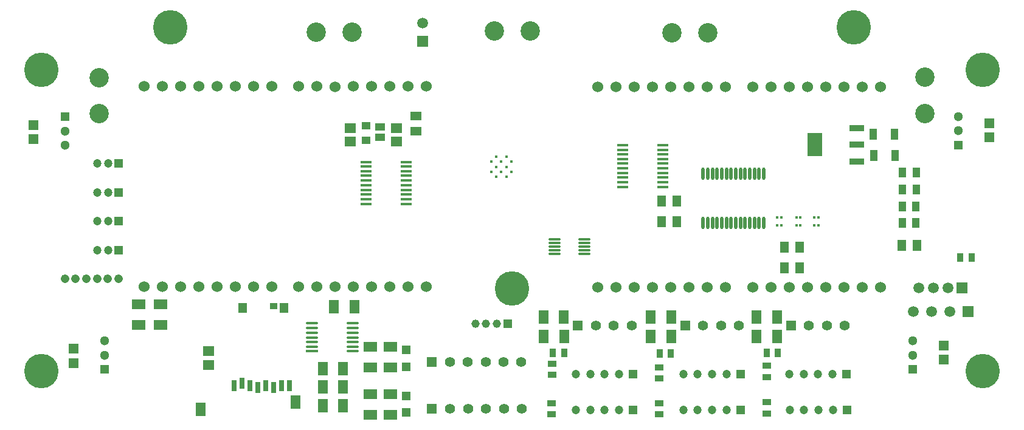
<source format=gbr>
%FSTAX23Y23*%
%MOIN*%
%SFA1B1*%

%IPPOS*%
%AMD83*
4,1,8,0.025100,0.007500,-0.025100,0.007500,-0.032600,0.000000,-0.032600,0.000000,-0.025100,-0.007500,0.025100,-0.007500,0.032600,0.000000,0.032600,0.000000,0.025100,0.007500,0.0*
1,1,0.014992,0.025100,0.000000*
1,1,0.014992,-0.025100,0.000000*
1,1,0.014992,-0.025100,0.000000*
1,1,0.014992,0.025100,0.000000*
%
%ADD23R,0.047244X0.047244*%
%ADD28R,0.075197X0.053937*%
%ADD54R,0.055118X0.055118*%
%ADD55C,0.055118*%
%ADD56C,0.047244*%
%ADD64C,0.045275*%
%ADD65R,0.045275X0.045275*%
%ADD71C,0.106299*%
%ADD72C,0.060000*%
%ADD73C,0.188976*%
%ADD74C,0.059055*%
%ADD75R,0.059055X0.059055*%
%ADD76C,0.047559*%
%ADD77C,0.051181*%
%ADD78R,0.051181X0.051181*%
%ADD79C,0.015748*%
%ADD80R,0.059055X0.059055*%
G04~CAMADD=83~8~0.0~0.0~651.7~149.9~75.0~0.0~15~0.0~0.0~0.0~0.0~0~0.0~0.0~0.0~0.0~0~0.0~0.0~0.0~0.0~651.7~149.9*
%ADD83D83*%
%ADD84R,0.065173X0.014992*%
%ADD85R,0.031496X0.059055*%
%ADD86R,0.051181X0.055118*%
%ADD87R,0.039370X0.037401*%
%ADD88R,0.055118X0.074803*%
%ADD89R,0.047500X0.059378*%
%ADD90O,0.066929X0.011811*%
%ADD91R,0.059055X0.055118*%
%ADD92R,0.037594X0.049689*%
%ADD93R,0.062992X0.011811*%
%ADD94R,0.045275X0.045275*%
%ADD95R,0.039626X0.055441*%
%ADD96R,0.014961X0.015748*%
%ADD97R,0.057563X0.053342*%
%ADD98R,0.053150X0.043307*%
%ADD99R,0.053937X0.075197*%
%ADD100R,0.041339X0.062992*%
%ADD101R,0.084645X0.037401*%
%ADD102O,0.017716X0.070866*%
%ADD103R,0.049689X0.037594*%
%ADD104R,0.084645X0.127952*%
%ADD105R,0.059378X0.047500*%
%ADD106R,0.049212X0.039370*%
%LNbrushed_pcb_pads_bot-1*%
%LPD*%
G54D23*
X00664Y-01038D03*
X01253Y-00841D03*
X00664D03*
X01253Y-01038D03*
X01837D03*
X01834Y-00841D03*
X-02156Y00314D03*
Y00155D03*
Y-00002D03*
Y-00162D03*
G54D28*
X-00667Y-00953D03*
Y-01065D03*
X-00776Y-00953D03*
Y-01065D03*
X-00667Y-00693D03*
Y-00805D03*
X-00776Y-00693D03*
Y-00805D03*
X-01927Y-0057D03*
Y-00458D03*
X-02047Y-00571D03*
Y-00459D03*
G54D54*
X-00441Y-00775D03*
X00948Y-00576D03*
X-00439Y-01032D03*
X0036Y-00576D03*
X01529D03*
G54D55*
X-00342Y-00775D03*
X-00244D03*
X-00145D03*
X-00047D03*
X0005D03*
X01047Y-00576D03*
X01145D03*
X01244D03*
X-0034Y-01032D03*
X-00242D03*
X-00143D03*
X-00045D03*
X00052D03*
X00655Y-00576D03*
X00557D03*
X00458D03*
X01824D03*
X01726D03*
X01627D03*
G54D56*
X00349Y-01038D03*
X00428D03*
X00507D03*
X00585D03*
X-02274Y-00162D03*
Y00155D03*
Y00314D03*
Y-00002D03*
X-02215Y00314D03*
Y00155D03*
Y-00002D03*
Y-00162D03*
X00938Y-00841D03*
X01017D03*
X01096D03*
X01175D03*
X00585D03*
X00507D03*
X00428D03*
X00349D03*
X01175Y-01038D03*
X01096D03*
X01017D03*
X00938D03*
X01759D03*
X0168D03*
X01601D03*
X01523D03*
X01755Y-00841D03*
X01677D03*
X01598D03*
X01519D03*
G54D64*
X-00202Y-00564D03*
X-00143D03*
X-00084D03*
G54D65*
X-00025Y-00564D03*
G54D71*
X-00098Y01042D03*
X00098D03*
X-02263Y00589D03*
Y00786D03*
X-01074Y01034D03*
X-00877D03*
X01074Y01033D03*
X00877D03*
X02263Y00787D03*
Y0059D03*
G54D72*
X-01716Y00738D03*
X-01816Y00738D03*
X-01916Y00738D03*
X-02016D03*
X-01071Y00737D03*
X-01171D03*
X-00871D03*
X-00971Y00736D03*
X00771Y00735D03*
X00671Y00734D03*
X00571Y00735D03*
X00471D03*
X01618D03*
X01518Y00734D03*
X01418Y00735D03*
X01318D03*
X-01316Y-00361D03*
X-01416D03*
X-01516D03*
X-01616D03*
X-01716D03*
X-01816D03*
X-01916D03*
X-02016D03*
X-01616Y00738D03*
X-01416D03*
X-01316D03*
X-01516D03*
X-00471Y-00362D03*
X-00571D03*
X-00671D03*
X-00771D03*
X-00871D03*
X-00971D03*
X-01071D03*
X-01171D03*
X-00771Y00737D03*
X-00571D03*
X-00471D03*
X-00671D03*
X01171Y-00364D03*
X01071D03*
X00971D03*
X00871D03*
X00771D03*
X00671D03*
X00571D03*
X00471D03*
X00871Y00735D03*
X01071D03*
X01171D03*
X00971D03*
X02018Y-00364D03*
X01918D03*
X01818D03*
X01718D03*
X01618D03*
X01518D03*
X01418D03*
X01318D03*
X01718Y00735D03*
X01918D03*
X02018D03*
X01818D03*
G54D73*
X0Y-0037D03*
X01873Y01062D03*
X-02579Y-00824D03*
X02579D03*
Y0083D03*
X-01873Y01062D03*
X-02579Y0083D03*
G54D74*
X02198Y-00499D03*
X02298D03*
X02398D03*
X02231Y-00369D03*
X02388D03*
X0231D03*
X-00492Y01084D03*
G54D75*
X02498Y-00499D03*
X02467Y-00369D03*
G54D76*
X-02452Y-00318D03*
X-02393D03*
X-02334D03*
X-02275D03*
X-02216D03*
X-02157D03*
G54D77*
X02446Y00573D03*
Y00494D03*
X-02234Y-00738D03*
Y-00659D03*
X-02452Y00414D03*
Y00493D03*
X02195Y-00659D03*
Y-00738D03*
G54D78*
X02446Y00415D03*
X-02234Y-00816D03*
X-02452Y00572D03*
X02195Y-00816D03*
G54D79*
X-00031Y00241D03*
X-00086D03*
X-00031Y00296D03*
X-00086D03*
X-00031Y00351D03*
X-00086D03*
X-00003Y00269D03*
X-00059D03*
X-00114D03*
X-00003Y00324D03*
X-00114D03*
X-00059D03*
G54D80*
X-00492Y00984D03*
G54D83*
X-00874Y-00716D03*
Y-00691D03*
Y-00665D03*
Y-0064D03*
Y-00614D03*
Y-00588D03*
Y-00563D03*
X-01097D03*
Y-00588D03*
Y-00614D03*
Y-0064D03*
Y-00665D03*
Y-00691D03*
G54D84*
X-01097Y-00716D03*
G54D85*
X-0122Y-00906D03*
X-01263D03*
X-01306Y-00914D03*
X-0135Y-00906D03*
X-01393Y-00914D03*
X-01436Y-00906D03*
X-01479Y-0089D03*
X-01523Y-00906D03*
G54D86*
X-01251Y-00478D03*
X-01476D03*
G54D87*
X-01306Y-00469D03*
G54D88*
X-01188Y-00996D03*
X-01706Y-01035D03*
G54D89*
X0222Y-00134D03*
X02137D03*
X00903Y-00006D03*
X0082D03*
X00903Y0011D03*
X0082D03*
X01494Y-00259D03*
X01576D03*
X01494Y-00145D03*
X01576D03*
G54D90*
X00395Y-00181D03*
Y-00161D03*
X00234Y-00181D03*
Y-00161D03*
Y-00141D03*
Y-00122D03*
Y-00102D03*
X00395Y-00141D03*
Y-00122D03*
Y-00102D03*
G54D91*
X-01663Y-00791D03*
Y-00716D03*
X-00633Y00509D03*
Y00435D03*
X-00887Y00509D03*
Y00435D03*
G54D92*
X02457Y-002D03*
X02518D03*
X0081Y-00729D03*
X00871D03*
X00224Y-00725D03*
X00285D03*
X01395D03*
X01456D03*
G54D93*
X00825Y00211D03*
Y00237D03*
Y00262D03*
Y00288D03*
Y00314D03*
Y00339D03*
Y00365D03*
Y00416D03*
X00605Y00186D03*
Y00211D03*
Y00237D03*
Y00262D03*
Y00288D03*
Y00314D03*
Y00339D03*
Y00365D03*
Y0039D03*
Y00416D03*
X00825Y0039D03*
Y00186D03*
X-008Y00119D03*
Y00323D03*
X-00579Y00093D03*
Y00119D03*
Y00144D03*
Y0017D03*
Y00195D03*
Y00221D03*
Y00247D03*
Y00272D03*
Y00298D03*
Y00323D03*
X-008Y00093D03*
Y00144D03*
Y0017D03*
Y00195D03*
Y00221D03*
Y00247D03*
Y00272D03*
Y00298D03*
G54D94*
X-00581Y-00708D03*
Y-008D03*
Y-01052D03*
Y-0096D03*
G54D95*
X02141Y00266D03*
X02216D03*
X02141Y00172D03*
X02216D03*
X02139Y00079D03*
X02214D03*
X02139Y-00013D03*
X02214D03*
G54D96*
X01476Y-00024D03*
X01454D03*
X01581D03*
X01559D03*
Y00018D03*
X01581D03*
X01679Y-00024D03*
X01657D03*
Y00018D03*
X01679D03*
X01454Y00019D03*
X01476D03*
G54D97*
X02617Y00459D03*
Y00536D03*
X-02404Y-00703D03*
Y-0078D03*
X-02623Y00448D03*
Y00525D03*
X02366Y-00762D03*
Y-00686D03*
G54D98*
X-00724Y0046D03*
Y00515D03*
G54D99*
X-01038Y-00813D03*
X-00926D03*
X-01038Y-00911D03*
X-00926D03*
Y-01014D03*
X-01038D03*
X-00977Y-00472D03*
X-00865D03*
X01341Y-00635D03*
X00173Y-00636D03*
X0076Y-00635D03*
Y-00528D03*
X00872D03*
X00172D03*
X00284D03*
X01341D03*
X01453D03*
X00872Y-00635D03*
X00285Y-00636D03*
X01453Y-00635D03*
G54D100*
X01982Y00359D03*
X02098D03*
X02097Y00476D03*
X01981D03*
G54D101*
X01889Y00326D03*
Y00507D03*
Y00417D03*
G54D102*
X01252Y00257D03*
X01303Y-0001D03*
X01047Y00257D03*
X01073D03*
X01098D03*
X01124D03*
X01149D03*
X01175D03*
X012D03*
X01226D03*
X01277D03*
X01303D03*
X01328D03*
X01354D03*
X0138D03*
X01047Y-0001D03*
X01073D03*
X01098D03*
X01124D03*
X01149D03*
X01175D03*
X012D03*
X01226D03*
X01252D03*
X01277D03*
X01328D03*
X01354D03*
X0138D03*
G54D103*
X00218Y-00785D03*
Y-00846D03*
X00216Y-01063D03*
Y-01002D03*
X00805D03*
Y-01063D03*
Y-00805D03*
Y-00866D03*
X01395Y-00857D03*
Y-00796D03*
Y-01057D03*
Y-00996D03*
G54D104*
X01661Y00417D03*
G54D105*
X-00527Y00576D03*
Y00493D03*
G54D106*
X-00799Y00442D03*
Y00521D03*
M02*
</source>
